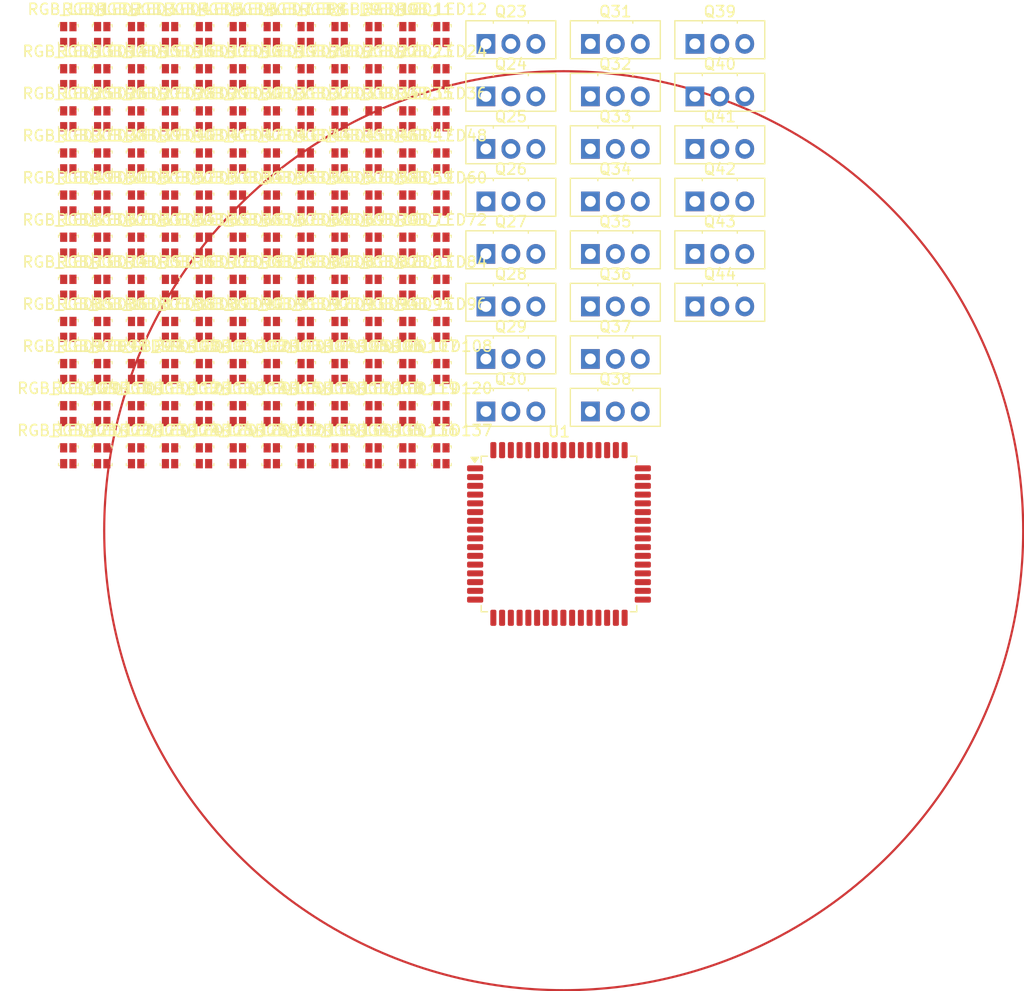
<source format=kicad_pcb>
(kicad_pcb (version 20241229) (generator "pcbnew") (generator_version "9.0")
  (layers (0 "F.Cu" signal) (2 "B.Cu" signal) (13 "F.Paste" user) (15 "B.Paste" user) (5 "F.SilkS" user "F.Silkscreen") (7 "B.SilkS" user "B.Silkscreen") (1 "F.Mask" user) (3 "B.Mask" user) (25 "Edge.Cuts" user))
  (net 0 "")
  (net 1 "/G6")
  (net 2 "/R6")
  (net 3 "Net-(Q25-C)")
  (net 4 "/B6")
  (net 5 "/G4")
  (net 6 "Net-(Q33-C)")
  (net 7 "/B4")
  (net 8 "/R4")
  (net 9 "/B5")
  (net 10 "/R5")
  (net 11 "/G5")
  (net 12 "Net-(Q44-C)")
  (net 13 "Net-(Q24-C)")
  (net 14 "/G3")
  (net 15 "/B3")
  (net 16 "/R3")
  (net 17 "/B1")
  (net 18 "Net-(Q34-C)")
  (net 19 "/R1")
  (net 20 "/G1")
  (net 21 "/B2")
  (net 22 "/R2")
  (net 23 "/G2")
  (net 24 "Net-(Q23-C)")
  (net 25 "Net-(Q35-C)")
  (net 26 "Net-(Q40-C)")
  (net 27 "Net-(Q37-C)")
  (net 28 "Net-(Q38-C)")
  (net 29 "Net-(Q36-C)")
  (net 30 "Net-(Q26-C)")
  (net 31 "Net-(Q39-C)")
  (net 32 "Net-(Q27-C)")
  (net 33 "Net-(Q28-C)")
  (net 34 "Net-(Q29-C)")
  (net 35 "Net-(Q41-C)")
  (net 36 "Net-(Q30-C)")
  (net 37 "Net-(Q42-C)")
  (net 38 "Net-(Q31-C)")
  (net 39 "Net-(Q43-C)")
  (net 40 "Net-(Q32-C)")
  (net 41 "/Hour2")
  (net 42 "Net-(Q23-B)")
  (net 43 "/Minute1")
  (net 44 "/Minute2")
  (net 45 "/Minute3")
  (net 46 "/Minute4")
  (net 47 "/Minute5")
  (net 48 "/Minute6")
  (net 49 "/Minute7")
  (net 50 "/Minute8")
  (net 51 "/Minute9")
  (net 52 "/Minute10")
  (net 53 "/Second1")
  (net 54 "/Second2")
  (net 55 "/Second3")
  (net 56 "/Second4")
  (net 57 "/Second5")
  (net 58 "/Second6")
  (net 59 "/Second7")
  (net 60 "/Second9")
  (net 61 "/Second10")
  (net 62 "/Second8")
  (net 63 "/Hour1")
  (net 64 "Net-(U1-GND-Pad22)")
  (footprint "digikey-footprints:LED_Dual0603" (layer "F.Cu") (at 85.72 89.3)
    (property "Reference" "RGB_LED119")
    (property "Value" "LTST-C19HE1WT")
  )
  (footprint "digikey-footprints:LED_Dual0603" (layer "F.Cu") (at 64.02 70.05)
    (property "Reference" "RGB_LED52")
    (property "Value" "LTST-C19HE1WT")
  )
  (footprint "digikey-footprints:LED_Dual0603" (layer "F.Cu") (at 70.22 58.5)
    (property "Reference" "RGB_LED18")
    (property "Value" "LTST-C19HE1WT")
  )
  (footprint "digikey-footprints:LED_Dual0603" (layer "F.Cu") (at 67.12 85.45)
    (property "Reference" "RGB_LED101")
    (property "Value" "LTST-C19HE1WT")
  )
  (footprint "digikey-footprints:LED_Dual0603" (layer "F.Cu") (at 88.82 93.15)
    (property "Reference" "RGB_LED137")
    (property "Value" "LTST-C19HE1WT")
  )
  (footprint "Package_TO_SOT_THT:TO-126-3_Vertical" (layer "F.Cu") (at 102.44 65.1)
    (property "Reference" "Q33")
    (property "Value" "BD135")
  )
  (footprint "digikey-footprints:LED_Dual0603" (layer "F.Cu") (at 73.32 81.6)
    (property "Reference" "RGB_LED91")
    (property "Value" "LTST-C19HE1WT")
  )
  (footprint "digikey-footprints:LED_Dual0603" (layer "F.Cu") (at 64.02 54.65)
    (property "Reference" "RGB_LED4")
    (property "Value" "LTST-C19HE1WT")
  )
  (footprint "digikey-footprints:LED_Dual0603" (layer "F.Cu") (at 76.42 77.75)
    (property "Reference" "RGB_LED80")
    (property "Value" "LTST-C19HE1WT")
  )
  (footprint "digikey-footprints:LED_Dual0603" (layer "F.Cu") (at 64.02 66.2)
    (property "Reference" "RGB_LED40")
    (property "Value" "LTST-C19HE1WT")
  )
  (footprint "digikey-footprints:LED_Dual0603" (layer "F.Cu") (at 67.12 93.15)
    (property "Reference" "RGB_LED125")
    (property "Value" "LTST-C19HE1WT")
  )
  (footprint "digikey-footprints:LED_Dual0603" (layer "F.Cu") (at 54.72 62.35)
    (property "Reference" "RGB_LED25")
    (property "Value" "LTST-C19HE1WT")
  )
  (footprint "digikey-footprints:LED_Dual0603" (layer "F.Cu") (at 85.72 77.75)
    (property "Reference" "RGB_LED83")
    (property "Value" "LTST-C19HE1WT")
  )
  (footprint "digikey-footprints:LED_Dual0603" (layer "F.Cu") (at 85.72 81.6)
    (property "Reference" "RGB_LED95")
    (property "Value" "LTST-C19HE1WT")
  )
  (footprint "digikey-footprints:LED_Dual0603" (layer "F.Cu") (at 60.92 70.05)
    (property "Reference" "RGB_LED51")
    (property "Value" "LTST-C19HE1WT")
  )
  (footprint "Package_TO_SOT_THT:TO-126-3_Vertical" (layer "F.Cu") (at 92.89 55.5)
    (property "Reference" "Q23")
    (property "Value" "BD135")
  )
  (footprint "Package_TO_SOT_THT:TO-126-3_Vertical" (layer "F.Cu") (at 111.99 60.3)
    (property "Reference" "Q40")
    (property "Value" "BD135")
  )
  (footprint "digikey-footprints:LED_Dual0603" (layer "F.Cu") (at 67.12 77.75)
    (property "Reference" "RGB_LED77")
    (property "Value" "LTST-C19HE1WT")
  )
  (footprint "digikey-footprints:LED_Dual0603" (layer "F.Cu") (at 73.32 62.35)
    (property "Reference" "RGB_LED31")
    (property "Value" "LTST-C19HE1WT")
  )
  (footprint "Package_TO_SOT_THT:TO-126-3_Vertical" (layer "F.Cu") (at 92.89 69.9)
    (property "Reference" "Q26")
    (property "Value" "BD135")
  )
  (footprint "digikey-footprints:LED_Dual0603" (layer "F.Cu") (at 54.72 77.75)
    (property "Reference" "RGB_LED73")
    (property "Value" "LTST-C19HE1WT")
  )
  (footprint "digikey-footprints:LED_Dual0603" (layer "F.Cu") (at 64.02 85.45)
    (property "Reference" "RGB_LED100")
    (property "Value" "LTST-C19HE1WT")
  )
  (footprint "digikey-footprints:LED_Dual0603" (layer "F.Cu") (at 85.72 73.9)
    (property "Reference" "RGB_LED71")
    (property "Value" "LTST-C19HE1WT")
  )
  (footprint "digikey-footprints:LED_Dual0603" (layer "F.Cu") (at 76.42 62.35)
    (property "Reference" "RGB_LED32")
    (property "Value" "LTST-C19HE1WT")
  )
  (footprint "digikey-footprints:LED_Dual0603" (layer "F.Cu") (at 60.92 81.6)
    (property "Reference" "RGB_LED87")
    (property "Value" "LTST-C19HE1WT")
  )
  (footprint "digikey-footprints:LED_Dual0603" (layer "F.Cu") (at 76.42 85.45)
    (property "Reference" "RGB_LED104")
    (property "Value" "LTST-C19HE1WT")
  )
  (footprint "Package_TO_SOT_THT:TO-126-3_Vertical" (layer "F.Cu") (at 102.44 55.5)
    (property "Reference" "Q31")
    (property "Value" "BD135")
  )
  (footprint "digikey-footprints:LED_Dual0603" (layer "F.Cu") (at 64.02 89.3)
    (property "Reference" "RGB_LED112")
    (property "Value" "LTST-C19HE1WT")
  )
  (footprint "digikey-footprints:LED_Dual0603" (layer "F.Cu") (at 67.12 58.5)
    (property "Reference" "RGB_LED17")
    (property "Value" "LTST-C19HE1WT")
  )
  (footprint "digikey-footprints:LED_Dual0603" (layer "F.Cu") (at 79.52 70.05)
    (property "Reference" "RGB_LED57")
    (property "Value" "LTST-C19HE1WT")
  )
  (footprint "digikey-footprints:LED_Dual0603" (layer "F.Cu") (at 88.82 81.6)
    (property "Reference" "RGB_LED96")
    (property "Value" "LTST-C19HE1WT")
  )
  (footprint "digikey-footprints:LED_Dual0603" (layer "F.Cu") (at 64.02 77.75)
    (property "Reference" "RGB_LED76")
    (property "Value" "LTST-C19HE1WT")
  )
  (footprint "digikey-footprints:LED_Dual0603" (layer "F.Cu") (at 85.72 66.2)
    (property "Reference" "RGB_LED47")
    (property "Value" "LTST-C19HE1WT")
  )
  (footprint "digikey-footprints:LED_Dual0603" (layer "F.Cu") (at 73.32 77.75)
    (property "Reference" "RGB_LED79")
    (property "Value" "LTST-C19HE1WT")
  )
  (footprint "digikey-footprints:LED_Dual0603" (layer "F.Cu") (at 57.82 62.35)
    (property "Reference" "RGB_LED26")
    (property "Value" "LTST-C19HE1WT")
  )
  (footprint "digikey-footprints:LED_Dual0603" (layer "F.Cu") (at 73.32 66.2)
    (property "Reference" "RGB_LED43")
    (property "Value" "LTST-C19HE1WT")
  )
  (footprint "digikey-footprints:LED_Dual0603" (layer "F.Cu") (at 79.52 54.65)
    (property "Reference" "RGB_LED9")
    (property "Value" "LTST-C19HE1WT")
  )
  (footprint "digikey-footprints:LED_Dual0603" (layer "F.Cu") (at 82.62 70.05)
    (property "Reference" "RGB_LED58")
    (property "Value" "LTST-C19HE1WT")
  )
  (footprint "digikey-footprints:LED_Dual0603" (layer "F.Cu") (at 79.52 81.6)
    (property "Reference" "RGB_LED93")
    (property "Value" "LTST-C19HE1WT")
  )
  (footprint "digikey-footprints:LED_Dual0603" (layer "F.Cu") (at 76.42 89.3)
    (property "Reference" "RGB_LED116")
    (property "Value" "LTST-C19HE1WT")
  )
  (footprint "digikey-footprints:LED_Dual0603" (layer "F.Cu") (at 64.02 62.35)
    (property "Reference" "RGB_LED28")
    (property "Value" "LTST-C19HE1WT")
  )
  (footprint "digikey-footprints:LED_Dual0603" (layer "F.Cu") (at 64.02 73.9)
    (property "Reference" "RGB_LED64")
    (property "Value" "LTST-C19HE1WT")
  )
  (footprint "digikey-footprints:LED_Dual0603" (layer "F.Cu") (at 60.92 85.45)
    (property "Reference" "RGB_LED99")
    (property "Value" "LTST-C19HE1WT")
  )
  (footprint "Package_TO_SOT_THT:TO-126-3_Vertical" (layer "F.Cu") (at 102.44 89.1)
    (property "Reference" "Q38")
    (property "Value" "BD135")
  )
  (footprint "digikey-footprints:LED_Dual0603" (layer "F.Cu") (at 88.82 77.75)
    (property "Reference" "RGB_LED84")
    (property "Value" "LTST-C19HE1WT")
  )
  (footprint "digikey-footprints:LED_Dual0603" (layer "F.Cu") (at 57.82 58.5)
    (property "Reference" "RGB_LED14")
    (property "Value" "LTST-C19HE1WT")
  )
  (footprint "digikey-footprints:LED_Dual0603" (layer "F.Cu") (at 57.82 54.65)
    (property "Reference" "RGB_LED2")
    (property "Value" "LTST-C19HE1WT")
  )
  (footprint "digikey-footprints:LED_Dual0603" (layer "F.Cu") (at 60.92 54.65)
    (property "Reference" "RGB_LED3")
    (property "Value" "LTST-C19HE1WT")
  )
  (footprint "digikey-footprints:LED_Dual0603" (layer "F.Cu") (at 70.22 93.15)
    (property "Reference" "RGB_LED126")
    (property "Value" "LTST-C19HE1WT")
  )
  (footprint "digikey-footprints:LED_Dual0603" (layer "F.Cu") (at 54.72 54.65)
    (property "Reference" "RGB_LED1")
    (property "Value" "LTST-C19HE1WT")
  )
  (footprint "digikey-footprints:LED_Dual0603" (layer "F.Cu") (at 85.72 58.5)
    (property "Reference" "RGB_LED23")
    (property "Value" "LTST-C19HE1WT")
  )
  (footprint "digikey-footprints:LED_Dual0603" (layer "F.Cu") (at 82.62 54.65)
    (property "Reference" "RGB_LED10")
    (property "Value" "LTST-C19HE1WT")
  )
  (footprint "digikey-footprints:LED_Dual0603" (layer "F.Cu") (at 67.12 62.35)
    (property "Reference" "RGB_LED29")
    (property "Value" "LTST-C19HE1WT")
  )
  (footprint "digikey-footprints:LED_Dual0603" (layer "F.Cu") (at 88.82 54.65)
    (property "Reference" "RGB_LED12")
    (property "Value" "LTST-C19HE1WT")
  )
  (footprint "digikey-footprints:LED_Dual0603" (layer "F.Cu") (at 54.72 85.45)
    (property "Reference" "RGB_LED97")
    (property "Value" "LTST-C19HE1WT")
  )
  (footprint "digikey-footprints:LED_Dual0603" (layer "F.Cu") (at 73.32 70.05)
    (property "Reference" "RGB_LED55")
    (property "Value" "LTST-C19HE1WT")
  )
  (footprint "Package_TO_SOT_THT:TO-126-3_Vertical" (layer "F.Cu") (at 102.44 69.9)
    (property "Reference" "Q34")
    (property "Value" "BD135")
  )
  (footprint "digikey-footprints:LED_Dual0603" (layer "F.Cu") (at 85.72 62.35)
    (property "Reference" "RGB_LED35")
    (property "Value" "LTST-C19HE1WT")
  )
  (footprint "digikey-footprints:LED_Dual0603" (layer "F.Cu") (at 76.42 70.05)
    (property "Reference" "RGB_LED56")
    (property "Value" "LTST-C19HE1WT")
  )
  (footprint "digikey-footprints:LED_Dual0603" (layer "F.Cu") (at 79.52 77.75)
    (property "Reference" "RGB_LED81")
    (property "Value" "LTST-C19HE1WT")
  )
  (footprint "digikey-footprints:LED_Dual0603" (layer "F.Cu") (at 76.42 66.2)
    (property "Reference" "RGB_LED44")
    (property "Value" "LTST-C19HE1WT")
  )
  (footprint "digikey-footprints:LED_Dual0603" (layer "F.Cu") (at 54.72 89.3)
    (property "Reference" "RGB_LED109")
    (property "Value" "LTST-C19HE1WT")
  )
  (footprint "digikey-footprints:LED_Dual0603" (layer "F.Cu") (at 57.82 66.2)
    (property "Reference" "RGB_LED38")
    (property "Value" "LTST-C19HE1WT")
  )
  (footprint "digikey-footprints:LED_Dual0603" (layer "F.Cu") (at 54.72 81.6)
    (property "Reference" "RGB_LED85")
    (property "Value" "LTST-C19HE1WT")
  )
  (footprint "digikey-footprints:LED_Dual0603" (layer "F.Cu") (at 64.02 93.15)
    (property "Reference" "RGB_LED124")
    (property "Value" "LTST-C19HE1WT")
  )
  (footprint "digikey-footprints:LED_Dual0603" (layer "F.Cu") (at 57.82 77.75)
    (property "Reference" "RGB_LED74")
    (property "Value" "LTST-C19HE1WT")
  )
  (footprint "digikey-footprints:LED_Dual0603" (layer "F.Cu") (at 54.72 66.2)
    (property "Reference" "RGB_LED37")
    (property "Value" "LTST-C19HE1WT")
  )
  (footprint "digikey-footprints:LED_Dual0603" (layer "F.Cu") (at 88.82 58.5)
    (property "Reference" "RGB_LED24")
    (property "Value" "LTST-C19HE1WT")
  )
  (footprint "digikey-footprints:LED_Dual0603" (layer "F.Cu") (at 60.92 73.9)
    (property "Reference" "RGB_LED63")
    (property "Value" "LTST-C19HE1WT")
  )
  (footprint "digikey-footprints:LED_Dual0603" (layer "F.Cu") (at 79.52 89.3)
    (property "Reference" "RGB_LED117")
    (property "Value" "LTST-C19HE1WT")
  )
  (footprint "digikey-footprints:LED_Dual0603" (layer "F.Cu") (at 70.22 89.3)
    (property "Reference" "RGB_LED114")
    (property "Value" "LTST-C19HE1WT")
  )
  (footprint "digikey-footprints:LED_Dual0603" (layer "F.Cu") (at 88.82 70.05)
    (property "Reference" "RGB_LED60")
    (property "Value" "LTST-C19HE1WT")
  )
  (footprint "digikey-footprints:LED_Dual0603" (layer "F.Cu") (at 82.62 58.5)
    (property "Reference" "RGB_LED22")
    (property "Value" "LTST-C19HE1WT")
  )
  (footprint "digikey-footprints:LED_Dual0603" (layer "F.Cu") (at 76.42 54.65)
    (property "Reference" "RGB_LED8")
    (property "Value" "LTST-C19HE1WT")
  )
  (footprint "digikey-footprints:LED_Dual0603" (layer "F.Cu") (at 82.62 93.15)
    (property "Reference" "RGB_LED135")
    (property "Value" "LTST-C19HE1WT")
  )
  (footprint "digikey-footprints:LED_Dual0603" (layer "F.Cu") (at 67.12 70.05)
    (property "Reference" "RGB_LED53")
    (property "Value" "LTST-C19HE1WT")
  )
  (footprint "digikey-footprints:LED_Dual0603" (layer "F.Cu") (at 85.72 70.05)
    (property "Reference" "RGB_LED59")
    (property "Value" "LTST-C19HE1WT")
  )
  (footprint "digikey-footprints:LED_Dual0603" (layer "F.Cu") (at 73.32 89.3)
    (property "Reference" "RGB_LED115")
    (property "Value" "LTST-C19HE1WT")
  )
  (footprint "digikey-footprints:LED_Dual0603" (layer "F.Cu") (at 64.02 81.6)
    (property "Reference" "RGB_LED88")
    (property "Value" "LTST-C19HE1WT")
  )
  (footprint "digikey-footprints:LED_Dual0603" (layer "F.Cu") (at 70.22 77.75)
    (property "Reference" "RGB_LED78")
    (property "Value" "LTST-C19HE1WT")
  )
  (footprint "digikey-footprints:LED_Dual0603" (layer "F.Cu") (at 82.62 73.9)
    (property "Reference" "RGB_LED70")
    (property "Value" "LTST-C19HE1WT")
  )
  (footprint "digikey-footprints:LED_Dual0603" (layer "F.Cu") (at 85.72 85.45)
    (property "Reference" "RGB_LED107")
    (property "Value" "LTST-C19HE1WT")
  )
  (footprint "Package_TO_SOT_THT:TO-126-3_Vertical" (layer "F.Cu") (at 111.99 69.9)
    (property "Reference" "Q42")
    (property "Value" "BD135")
  )
  (footprint "Package_TO_SOT_THT:TO-126-3_Vertical" (layer "F.Cu") (at 111.99 65.1)
    (property "Reference" "Q41")
    (property "Value" "BD135")
  )
  (footprint "digikey-footprints:LED_Dual0603" (layer "F.Cu") (at 60.92 89.3)
    (property "Reference" "RGB_LED111")
    (property "Value" "LTST-C19HE1WT")
  )
  (footprint "digikey-footprints:LED_Dual0603" (layer "F.Cu") (at 57.82 85.45)
    (property "Reference" "RGB_LED98")
    (property "Value" "LTST-C19HE1WT")
  )
  (footprint "digikey-footprints:LED_Dual0603" (layer "F.Cu") (at 60.92 58.5)
    (property "Reference" "RGB_LED15")
    (property "Value" "LTST-C19HE1WT")
  )
  (footprint "digikey-footprints:LED_Dual0603" (layer "F.Cu") (at 82.62 89.3)
    (property "Reference" "RGB_LED118")
    (property "Value" "LTST-C19HE1WT")
  )
  (footprint "Package_TO_SOT_THT:TO-126-3_Vertical" (layer "F.Cu") (at 92.89 89.1)
    (property "Reference" "Q30")
    (property "Value" "BD135")
  )
  (footprint "Package_TO_SOT_THT:TO-126-3_Vertical" (layer "F.Cu") (at 92.89 74.7)
    (property "Reference" "Q27")
    (property "Value" "BD135")
  )
  (footprint "digikey-footprints:LED_Dual0603" (layer "F.Cu") (at 70.22 81.6)
    (property "Reference" "RGB_LED90")
    (property "Value" "LTST-C19HE1WT")
  )
  (footprint "digikey-footprints:LED_Dual0603" (layer "F.Cu") (at 57.82 81.6)
    (property "Reference" "RGB_LED86")
    (property "Value" "LTST-C19HE1WT")
  )
  (footprint "Package_TO_SOT_THT:TO-126-3_Vertical" (layer "F.Cu") (at 92.89 84.3)
    (property "Reference" "Q29")
    (property "Value" "BD135")
  )
  (footprint "digikey-footprints:LED_Dual0603" (layer "F.Cu") (at 54.72 58.5)
    (property "Reference" "RGB_LED13")
    (property "Value" "LTST-C19HE1WT")
  )
  (footprint "digikey-footprints:LED_Dual0603" (layer "F.Cu") (at 88.82 62.35)
    (property "Reference" "RGB_LED36")
    (property "Value" "LTST-C19HE1WT")
  )
  (footprint "digikey-footprints:LED_Dual0603" (layer "F.Cu") (at 82.62 77.75)
    (property "Reference" "RGB_LED82")
    (property "Value" "LTST-C19HE1WT")
  )
  (footprint "digikey-footprints:LED_Dual0603" (layer "F.Cu") (at 54.72 73.9)
    (property "Reference" "RGB_LED61")
    (property "Value" "LTST-C19HE1WT")
  )
  (footprint "digikey-footprints:LED_Dual0603" (layer "F.Cu") (at 73.32 54.65)
    (property "Reference" "RGB_LED7")
    (property "Value" "LTST-C19HE1WT")
  )
  (footprint "digikey-footprints:LED_Dual0603" (layer "F.Cu") (at 85.72 54.65)
    (property "Reference" "RGB_LED11")
    (property "Value" "LTST-C19HE1WT")
  )
  (footprint "digikey-footprints:LED_Dual0603" (layer "F.Cu") (at 88.82 66.2)
    (property "Reference" "RGB_LED48")
    (property "Value" "LTST-C19HE1WT")
  )
  (footprint "digikey-footprints:LED_Dual0603" (layer "F.Cu") (at 54.72 93.15)
    (property "Reference" "RGB_LED121")
    (property "Value" "LTST-C19HE1WT")
  )
  (footprint "digikey-footprints:LED_Dual0603" (layer "F.Cu") (at 57.82 89.3)
    (property "Reference" "RGB_LED110")
    (property "Value" "LTST-C19HE1WT")
  )
  (footprint "digikey-footprints:LED_Dual0603" (layer "F.Cu") (at 70.22 54.65)
    (property "Reference" "RGB_LED6")
    (property "Value" "LTST-C19HE1WT")
  )
  (footprint "digikey-footprints:LED_Dual0603" (layer "F.Cu") (at 67.12 54.65)
    (property "Reference" "RGB_LED5")
    (property "Value" "LTST-C19HE1WT")
  )
  (footprint "digikey-footprints:LED_Dual0603" (layer "F.Cu") (at 79.52 73.9)
    (property "Reference" "RGB_LED69")
    (property "Value" "LTST-C19HE1WT")
  )
  (footprint "digikey-footprints:LED_Dual0603" (layer "F.Cu") (at 85.72 93.15)
    (property "Reference" "RGB_LED136")
    (property "Value" "LTST-C19HE1WT")
  )
  (footprint "Package_TO_SOT_THT:TO-126-3_Vertical" (layer "F.Cu") (at 92.89 79.5)
    (property "Reference" "Q28")
    (property "Value" "BD135")
  )
  (footprint "digikey-footprints:LED_Dual0603" (layer "F.Cu") (at 60.92 77.75)
    (property "Reference" "RGB_LED75")
    (property "Value" "LTST-C19HE1WT")
  )
  (footprint "digikey-footprints:LED_Dual0603" (layer "F.Cu") (at 76.42 93.15)
    (property "Reference" "RGB_LED133")
    (property "Value" "LTST-C19HE1WT")
  )
  (footprint "digikey-footprints:LED_Dual0603" (layer "F.Cu") (at 60.92 66.2)
    (property "Reference" "RGB_LED39")
    (property "Value" "LTST-C19HE1WT")
  )
  (footprint "digikey-footprints:LED_Dual0603" (layer "F.Cu") (at 79.52 66.2)
    (property "Reference" "RGB_LED45")
    (property "Value" "LTST-C19HE1WT")
  )
  (footprint "digikey-footprints:LED_Dual0603" (layer "F.Cu") (at 60.92 93.15)
    (property "Reference" "RGB_LED123")
    (property "Value" "LTST-C19HE1WT")
  )
  (footprint "Package_QFP:TQFP-64_14x14mm_P0.8mm" (layer "F.Cu") (at 99.57 100.3)
    (property "Reference" "U1")
    (property "Value" "ATmega165PA-A")
  )
  (footprint "digikey-footprints:LED_Dual0603" (layer "F.Cu") (at 70.22 73.9)
    (property "Reference" "RGB_LED66")
    (property "Value" "LTST-C19HE1WT")
  )
  (footprint "digikey-footprints:LED_Dual0603" (layer "F.Cu") (at 79.52 58.5)
    (property "Reference" "RGB_LED21")
    (property "Value" "LTST-C19HE1WT")
  )
  (footprint "digikey-footprints:LED_Dual0603" (layer "F.Cu") (at 70.22 66.2)
    (property "Reference" "RGB_LED42")
    (property "Value" "LTST-C19HE1WT")
  )
  (footprint "digikey-footprints:LED_Dual0603" (layer "F.Cu") (at 64.02 58.5)
    (property "Reference" "RGB_LED16")
    (property "Value" "LTST-C19HE1WT")
  )
  (footprint "Package_TO_SOT_THT:TO-126-3_Vertical" (layer "F.Cu") (at 111.99 79.5)
    (property "Reference" "Q44")
    (property "Value" "BD135")
  )
  (footprint "digikey-footprints:LED_Dual0603" (layer "F.Cu") (at 73.32 93.15)
    (property "Reference" "RGB_LED132")
    (property "Value" "LTST-C19HE1WT")
  )
  (footprint "digikey-footprints:LED_Dual0603" (layer "F.Cu") (at 67.12 89.3)
    (property "Reference" "RGB_LED113")
    (property "Value" "LTST-C19HE1WT")
  )
  (footprint "digikey-footprints:LED_Dual0603" (layer "F.Cu") (at 79.52 62.35)
    (property "Reference" "RGB_LED33")
    (property "Value" "LTST-C19HE1WT")
  )
  (footprint "Package_TO_SOT_THT:TO-126-3_Vertical" (layer "F.Cu") (at 111.99 74.7)
    (property "Reference" "Q43")
    (property "Value" "BD135")
  )
  (footprint "digikey-footprints:LED_Dual0603" (layer "F.Cu") (at 54.72 70.05)
    (property "Reference" "RGB_LED49")
    (property "Value" "LTST-C19HE1WT")
  )
  (footprint "digikey-footprints:LED_Dual0603" (layer "F.Cu") (at 79.52 85.45)
    (property "Reference" "RGB_LED105")
    (property "Value" "LTST-C19HE1WT")
  )
  (footprint "digikey-footprints:LED_Dual0603" (layer "F.Cu") (at 88.82 89.3)
    (property "Reference" "RGB_LED120")
    (property "Value" "LTST-C19HE1WT")
  )
  (footprint "digikey-footprints:LED_Dual0603" (layer "F.Cu") (at 76.42 81.6)
    (property "Reference" "RGB_LED92")
    (property "Value" "LTST-C19HE1WT")
  )
  (footprint "digikey-footprints:LED_Dual0603" (layer "F.Cu") (at 88.82 73.9)
    (property "Reference" "RGB_LED72")
    (property "Value" "LTST-C19HE1WT")
  )
  (footprint "digikey-footprints:LED_Dual0603" (layer "F.Cu") (at 70.22 62.35)
    (property "Reference" "RGB_LED30")
    (property "Value" "LTST-C19HE1WT")
  )
  (footprint "digikey-footprints:LED_Dual0603" (layer "F.Cu") (at 88.82 85.45)
    (property "Reference" "RGB_LED108")
    (property "Value" "LTST-C19HE1WT")
  )
  (footprint "Package_TO_SOT_THT:TO-126-3_Vertical" (layer "F.Cu") (at 102.44 84.3)
    (property "Reference" "Q37")
    (property "Value" "BD135")
  )
  (footprint "digikey-footprints:LED_Dual0603" (layer "F.Cu") (at 70.22 85.45)
    (property "Reference" "RGB_LED102")
    (property "Value" "LTST-C19HE1WT")
  )
  (footprint "digikey-footprints:LED_Dual0603" (layer "F.Cu") (at 67.12 81.6)
    (property "Reference" "RGB_LED89")
    (property "Value" "LTST-C19HE1WT")
  )
  (footprint "Package_TO_SOT_THT:TO-126-3_Vertical" (layer "F.Cu") (at 111.99 55.5)
    (property "Reference" "Q39")
    (property "Value" "BD135")
  )
  (footprint "Package_TO_SOT_THT:TO-126-3_Vertical" (layer "F.Cu") (at 102.44 79.5)
    (property "Reference" "Q36")
    (property "Value" "BD135")
  )
  (footprint "digikey-footprints:LED_Dual0603" (layer "F.Cu") (at 73.32 85.45)
    (property "Reference" "RGB_LED103")
    (property "Value" "LTST-C19HE1WT")
  )
  (footprint "digikey-footprints:LED_Dual0603" (layer "F.Cu") (at 79.52 93.15)
    (property "Reference" "RGB_LED134")
    (property "Value" "LTST-C19HE1WT")
  )
  (footprint "digikey-footprints:LED_Dual0603" (layer "F.Cu") (at 82.62 66.2)
    (property "Reference" "RGB_LED46")
    (property "Value" "LTST-C19HE1WT")
  )
  (footprint "digikey-footprints:LED_Dual0603" (layer "F.Cu") (at 82.62 62.35)
    (property "Reference" "RGB_LED34")
    (property "Value" "LTST-C19HE1WT")
  )
  (footprint "digikey-footprints:LED_Dual0603" (layer "F.Cu") (at 76.42 73.9)
    (property "Reference" "RGB_LED68")
    (property "Value" "LTST-C19HE1WT")
  )
  (footprint "Package_TO_SOT_THT:TO-126-3_Vertical" (layer "F.Cu") (at 92.89 60.3)
    (property "Reference" "Q24")
    (property "Value" "BD135")
  )
  (footprint "digikey-footprints:LED_Dual0603" (layer "F.Cu") (at 82.62 85.45)
    (property "Reference" "RGB_LED106")
    (property "Value" "LTST-C19HE1WT")
  )
  (footprint "digikey-footprints:LED_Dual0603" (layer "F.Cu") (at 67.12 66.2)
    (property "Reference" "RGB_LED41")
    (property "Value" "LTST-C19HE1WT")
  )
  (footprint "digikey-footprints:LED_Dual0603" (layer "F.Cu") (at 76.42 58.5)
    (property "Reference" "RGB_LED20")
    (property "Value" "LTST-C19HE1WT")
  )
  (footprint "digikey-footprints:LED_Dual0603" (layer "F.Cu") (at 57.82 70.05)
    (property "Reference" "RGB_LED50")
    (property "Value" "LTST-C19HE1WT")
  )
  (footprint "digikey-footprints:LED_Dual0603" (layer "F.Cu") (at 70.22 70.05)
    (property "Reference" "RGB_LED54")
    (property "Value" "LTST-C19HE1WT")
  )
  (footprint "digikey-footprints:LED_Dual0603" (layer "F.Cu") (at 57.82 93.15)
    (property "Reference" "RGB_LED122")
    (property "Value" "LTST-C19HE1WT")
  )
  (footprint "digikey-footprints:LED_Dual0603" (layer "F.Cu") (at 60.92 62.35)
    (property "Reference" "RGB_LED27")
    (property "Value" "LTST-C19HE1WT")
  )
  (footprint "digikey-footprints:LED_Dual0603" (layer "F.Cu") (at 67.12 73.9)
    (property "Reference" "RGB_LED65")
    (property "Value" "LTST-C19HE1WT")
  )
  (footprint "Package_TO_SOT_THT:TO-126-3_Vertical" (layer "F.Cu") (at 102.44 60.3)
    (property "Reference" "Q32")
    (property "Value" "BD135")
  )
  (footprint "digikey-footprints:LED_Dual0603" (layer "F.Cu") (at 73.32 58.5)
    (property "Reference" "RGB_LED19")
    (property "Value" "LTST-C19HE1WT")
  )
  (footprint "Package_TO_SOT_THT:TO-126-3_Vertical" (layer "F.Cu") (at 102.44 74.7)
    (property "Reference" "Q35")
    (property "Value" "BD135")
  )
  (footprint "digikey-footprints:LED_Dual0603" (layer "F.Cu") (at 57.82 73.9)
    (property "Reference" "RGB_LED62")
    (property "Value" "LTST-C19HE1WT")
  )
  (footprint "digikey-footprints:LED_Dual0603" (layer "F.Cu") (at 82.62 81.6)
    (property "Reference" "RGB_LED94")
    (property "Value" "LTST-C19HE1WT")
  )
  (footprint "Package_TO_SOT_THT:TO-126-3_Vertical" (layer "F.Cu") (at 92.89 65.1)
    (property "Reference" "Q25")
    (property "Value" "BD135")
  )
  (footprint "digikey-footprints:LED_Dual0603" (layer "F.Cu") (at 73.32 73.9)
    (property "Reference" "RGB_LED67")
    (property "Value" "LTST-C19HE1WT")
  )
  (gr_circle (center 100 100) (end 142 100) (stroke (width 0.2)) (fill no) (layer "F.Cu") (net 42))
)
</source>
